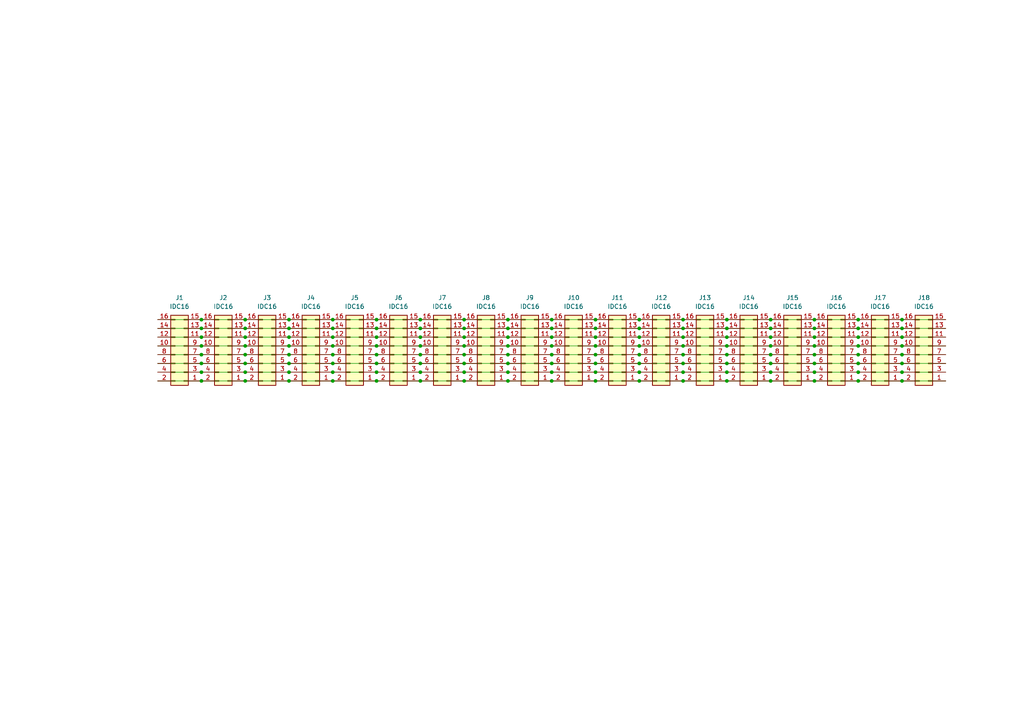
<source format=kicad_sch>
(kicad_sch (version 20231120) (generator "eeschema") (generator_version "8.0")
  (paper "A4")
  (title_block (title "Eurorack Power Bus") (date "2024-07-08") (rev "1.0.0") (company "MESSIËR") (comment 4 "Author: Chris Karcz"))
  (lib_symbols
    (symbol "Connector_Generic:Conn_02x08_Odd_Even" (pin_names (offset 1.016) hide)
      (property "Reference" "J" (at 1.27 10.16 0))
      (property "Value" "Conn_02x08_Odd_Even" (at 1.27 -12.7 0))
      (symbol "Conn_02x08_Odd_Even_1_1"
        (rectangle (start -1.27 -10.033) (end 0 -10.287) (stroke (width 0.1524)))
        (rectangle (start -1.27 -7.493) (end 0 -7.747) (stroke (width 0.1524)))
        (rectangle (start -1.27 -4.953) (end 0 -5.207) (stroke (width 0.1524)))
        (rectangle (start -1.27 -2.413) (end 0 -2.667) (stroke (width 0.1524)))
        (rectangle (start -1.27 0.127) (end 0 -0.127) (stroke (width 0.1524)))
        (rectangle (start -1.27 2.667) (end 0 2.413) (stroke (width 0.1524)))
        (rectangle (start -1.27 5.207) (end 0 4.953) (stroke (width 0.1524)))
        (rectangle (start -1.27 7.747) (end 0 7.493) (stroke (width 0.1524)))
        (rectangle (start -1.27 8.89) (end 3.81 -11.43) (stroke (width 0.254)) (fill (type background)))
        (rectangle (start 3.81 -10.033) (end 2.54 -10.287) (stroke (width 0.1524)))
        (rectangle (start 3.81 -7.493) (end 2.54 -7.747) (stroke (width 0.1524)))
        (rectangle (start 3.81 -4.953) (end 2.54 -5.207) (stroke (width 0.1524)))
        (rectangle (start 3.81 -2.413) (end 2.54 -2.667) (stroke (width 0.1524)))
        (rectangle (start 3.81 0.127) (end 2.54 -0.127) (stroke (width 0.1524)))
        (rectangle (start 3.81 2.667) (end 2.54 2.413) (stroke (width 0.1524)))
        (rectangle (start 3.81 5.207) (end 2.54 4.953) (stroke (width 0.1524)))
        (rectangle (start 3.81 7.747) (end 2.54 7.493) (stroke (width 0.1524)))
        (pin passive line (at -5.08 7.62 0) (length 3.81) (name "Pin_1") (number "1"))
        (pin passive line (at 7.62 -2.54 180) (length 3.81) (name "Pin_10") (number "10"))
        (pin passive line (at -5.08 -5.08 0) (length 3.81) (name "Pin_11") (number "11"))
        (pin passive line (at 7.62 -5.08 180) (length 3.81) (name "Pin_12") (number "12"))
        (pin passive line (at -5.08 -7.62 0) (length 3.81) (name "Pin_13") (number "13"))
        (pin passive line (at 7.62 -7.62 180) (length 3.81) (name "Pin_14") (number "14"))
        (pin passive line (at -5.08 -10.16 0) (length 3.81) (name "Pin_15") (number "15"))
        (pin passive line (at 7.62 -10.16 180) (length 3.81) (name "Pin_16") (number "16"))
        (pin passive line (at 7.62 7.62 180) (length 3.81) (name "Pin_2") (number "2"))
        (pin passive line (at -5.08 5.08 0) (length 3.81) (name "Pin_3") (number "3"))
        (pin passive line (at 7.62 5.08 180) (length 3.81) (name "Pin_4") (number "4"))
        (pin passive line (at -5.08 2.54 0) (length 3.81) (name "Pin_5") (number "5"))
        (pin passive line (at 7.62 2.54 180) (length 3.81) (name "Pin_6") (number "6"))
        (pin passive line (at -5.08 0 0) (length 3.81) (name "Pin_7") (number "7"))
        (pin passive line (at 7.62 0 180) (length 3.81) (name "Pin_8") (number "8"))
        (pin passive line (at -5.08 -2.54 0) (length 3.81) (name "Pin_9") (number "9"))
      )
    )
  )
  (junction (at 121.92 102.87))
  (junction (at 198.12 92.71))
  (junction (at 134.62 110.49))
  (junction (at 236.22 107.95))
  (junction (at 71.12 107.95))
  (junction (at 58.42 97.79))
  (junction (at 58.42 110.49))
  (junction (at 147.32 107.95))
  (junction (at 223.52 102.87))
  (junction (at 109.22 92.71))
  (junction (at 134.62 107.95))
  (junction (at 223.52 105.41))
  (junction (at 160.02 110.49))
  (junction (at 134.62 97.79))
  (junction (at 223.52 92.71))
  (junction (at 147.32 92.71))
  (junction (at 160.02 95.25))
  (junction (at 121.92 100.33))
  (junction (at 198.12 107.95))
  (junction (at 236.22 110.49))
  (junction (at 147.32 97.79))
  (junction (at 261.62 100.33))
  (junction (at 261.62 107.95))
  (junction (at 172.72 100.33))
  (junction (at 210.82 107.95))
  (junction (at 210.82 105.41))
  (junction (at 96.52 95.25))
  (junction (at 58.42 105.41))
  (junction (at 109.22 110.49))
  (junction (at 134.62 102.87))
  (junction (at 185.42 100.33))
  (junction (at 58.42 102.87))
  (junction (at 83.82 100.33))
  (junction (at 248.92 92.71))
  (junction (at 185.42 110.49))
  (junction (at 160.02 102.87))
  (junction (at 210.82 92.71))
  (junction (at 83.82 95.25))
  (junction (at 83.82 102.87))
  (junction (at 71.12 110.49))
  (junction (at 210.82 100.33))
  (junction (at 198.12 97.79))
  (junction (at 83.82 92.71))
  (junction (at 121.92 97.79))
  (junction (at 109.22 105.41))
  (junction (at 147.32 95.25))
  (junction (at 248.92 107.95))
  (junction (at 185.42 102.87))
  (junction (at 261.62 110.49))
  (junction (at 147.32 100.33))
  (junction (at 160.02 107.95))
  (junction (at 83.82 107.95))
  (junction (at 71.12 100.33))
  (junction (at 58.42 107.95))
  (junction (at 185.42 105.41))
  (junction (at 109.22 107.95))
  (junction (at 58.42 100.33))
  (junction (at 172.72 97.79))
  (junction (at 185.42 92.71))
  (junction (at 236.22 92.71))
  (junction (at 172.72 107.95))
  (junction (at 96.52 100.33))
  (junction (at 121.92 95.25))
  (junction (at 223.52 110.49))
  (junction (at 71.12 105.41))
  (junction (at 96.52 107.95))
  (junction (at 96.52 102.87))
  (junction (at 261.62 92.71))
  (junction (at 236.22 100.33))
  (junction (at 83.82 110.49))
  (junction (at 210.82 102.87))
  (junction (at 236.22 105.41))
  (junction (at 96.52 97.79))
  (junction (at 248.92 95.25))
  (junction (at 109.22 100.33))
  (junction (at 223.52 95.25))
  (junction (at 71.12 97.79))
  (junction (at 248.92 102.87))
  (junction (at 147.32 105.41))
  (junction (at 236.22 97.79))
  (junction (at 248.92 100.33))
  (junction (at 160.02 92.71))
  (junction (at 121.92 92.71))
  (junction (at 121.92 105.41))
  (junction (at 71.12 92.71))
  (junction (at 83.82 97.79))
  (junction (at 236.22 95.25))
  (junction (at 109.22 97.79))
  (junction (at 83.82 105.41))
  (junction (at 210.82 97.79))
  (junction (at 96.52 92.71))
  (junction (at 58.42 95.25))
  (junction (at 198.12 102.87))
  (junction (at 210.82 95.25))
  (junction (at 223.52 97.79))
  (junction (at 248.92 110.49))
  (junction (at 172.72 102.87))
  (junction (at 121.92 107.95))
  (junction (at 261.62 97.79))
  (junction (at 236.22 102.87))
  (junction (at 134.62 105.41))
  (junction (at 109.22 95.25))
  (junction (at 185.42 95.25))
  (junction (at 134.62 100.33))
  (junction (at 147.32 110.49))
  (junction (at 160.02 97.79))
  (junction (at 261.62 102.87))
  (junction (at 160.02 100.33))
  (junction (at 96.52 110.49))
  (junction (at 185.42 107.95))
  (junction (at 248.92 105.41))
  (junction (at 185.42 97.79))
  (junction (at 248.92 97.79))
  (junction (at 261.62 95.25))
  (junction (at 71.12 102.87))
  (junction (at 58.42 92.71))
  (junction (at 198.12 100.33))
  (junction (at 109.22 102.87))
  (junction (at 261.62 105.41))
  (junction (at 223.52 107.95))
  (junction (at 96.52 105.41))
  (junction (at 198.12 95.25))
  (junction (at 223.52 100.33))
  (junction (at 160.02 105.41))
  (junction (at 172.72 105.41))
  (junction (at 198.12 110.49))
  (junction (at 210.82 110.49))
  (junction (at 71.12 95.25))
  (junction (at 134.62 92.71))
  (junction (at 147.32 102.87))
  (junction (at 121.92 110.49))
  (junction (at 172.72 92.71))
  (junction (at 134.62 95.25))
  (junction (at 198.12 105.41))
  (junction (at 172.72 95.25))
  (junction (at 172.72 110.49))
  (wire (pts (xy 134.62 105.41) (xy 147.32 105.41)))
  (wire (pts (xy 71.12 100.33) (xy 83.82 100.33)))
  (wire (pts (xy 71.12 110.49) (xy 83.82 110.49)))
  (wire (pts (xy 109.22 105.41) (xy 121.92 105.41)))
  (wire (pts (xy 160.02 105.41) (xy 172.72 105.41)))
  (wire (pts (xy 160.02 92.71) (xy 172.72 92.71)))
  (wire (pts (xy 71.12 102.87) (xy 83.82 102.87)))
  (wire (pts (xy 83.82 95.25) (xy 96.52 95.25)))
  (wire (pts (xy 96.52 97.79) (xy 109.22 97.79)))
  (wire (pts (xy 160.02 107.95) (xy 172.72 107.95)))
  (wire (pts (xy 45.72 100.33) (xy 58.42 100.33)))
  (wire (pts (xy 210.82 107.95) (xy 223.52 107.95)))
  (wire (pts (xy 83.82 102.87) (xy 96.52 102.87)))
  (wire (pts (xy 109.22 95.25) (xy 121.92 95.25)))
  (wire (pts (xy 147.32 107.95) (xy 160.02 107.95)))
  (wire (pts (xy 261.62 105.41) (xy 274.32 105.41)))
  (wire (pts (xy 58.42 107.95) (xy 71.12 107.95)))
  (wire (pts (xy 121.92 105.41) (xy 134.62 105.41)))
  (wire (pts (xy 134.62 95.25) (xy 147.32 95.25)))
  (wire (pts (xy 261.62 110.49) (xy 274.32 110.49)))
  (wire (pts (xy 210.82 102.87) (xy 223.52 102.87)))
  (wire (pts (xy 236.22 110.49) (xy 248.92 110.49)))
  (wire (pts (xy 223.52 100.33) (xy 236.22 100.33)))
  (wire (pts (xy 185.42 92.71) (xy 198.12 92.71)))
  (wire (pts (xy 134.62 107.95) (xy 147.32 107.95)))
  (wire (pts (xy 121.92 107.95) (xy 134.62 107.95)))
  (wire (pts (xy 71.12 97.79) (xy 83.82 97.79)))
  (wire (pts (xy 185.42 102.87) (xy 198.12 102.87)))
  (wire (pts (xy 147.32 110.49) (xy 160.02 110.49)))
  (wire (pts (xy 45.72 102.87) (xy 58.42 102.87)))
  (wire (pts (xy 248.92 110.49) (xy 261.62 110.49)))
  (wire (pts (xy 71.12 92.71) (xy 83.82 92.71)))
  (wire (pts (xy 172.72 100.33) (xy 185.42 100.33)))
  (wire (pts (xy 248.92 107.95) (xy 261.62 107.95)))
  (wire (pts (xy 223.52 95.25) (xy 236.22 95.25)))
  (wire (pts (xy 248.92 105.41) (xy 261.62 105.41)))
  (wire (pts (xy 261.62 100.33) (xy 274.32 100.33)))
  (wire (pts (xy 185.42 97.79) (xy 198.12 97.79)))
  (wire (pts (xy 83.82 100.33) (xy 96.52 100.33)))
  (wire (pts (xy 172.72 107.95) (xy 185.42 107.95)))
  (wire (pts (xy 160.02 110.49) (xy 172.72 110.49)))
  (wire (pts (xy 83.82 97.79) (xy 96.52 97.79)))
  (wire (pts (xy 210.82 95.25) (xy 223.52 95.25)))
  (wire (pts (xy 121.92 100.33) (xy 134.62 100.33)))
  (wire (pts (xy 109.22 110.49) (xy 121.92 110.49)))
  (wire (pts (xy 121.92 95.25) (xy 134.62 95.25)))
  (wire (pts (xy 261.62 92.71) (xy 274.32 92.71)))
  (wire (pts (xy 261.62 107.95) (xy 274.32 107.95)))
  (wire (pts (xy 109.22 107.95) (xy 121.92 107.95)))
  (wire (pts (xy 236.22 102.87) (xy 248.92 102.87)))
  (wire (pts (xy 134.62 100.33) (xy 147.32 100.33)))
  (wire (pts (xy 45.72 92.71) (xy 58.42 92.71)))
  (wire (pts (xy 223.52 102.87) (xy 236.22 102.87)))
  (wire (pts (xy 96.52 92.71) (xy 109.22 92.71)))
  (wire (pts (xy 96.52 100.33) (xy 109.22 100.33)))
  (wire (pts (xy 121.92 110.49) (xy 134.62 110.49)))
  (wire (pts (xy 172.72 97.79) (xy 185.42 97.79)))
  (wire (pts (xy 248.92 102.87) (xy 261.62 102.87)))
  (wire (pts (xy 147.32 102.87) (xy 160.02 102.87)))
  (wire (pts (xy 223.52 107.95) (xy 236.22 107.95)))
  (wire (pts (xy 198.12 100.33) (xy 210.82 100.33)))
  (wire (pts (xy 185.42 110.49) (xy 198.12 110.49)))
  (wire (pts (xy 210.82 105.41) (xy 223.52 105.41)))
  (wire (pts (xy 185.42 105.41) (xy 198.12 105.41)))
  (wire (pts (xy 198.12 97.79) (xy 210.82 97.79)))
  (wire (pts (xy 172.72 110.49) (xy 185.42 110.49)))
  (wire (pts (xy 83.82 92.71) (xy 96.52 92.71)))
  (wire (pts (xy 261.62 95.25) (xy 274.32 95.25)))
  (wire (pts (xy 109.22 92.71) (xy 121.92 92.71)))
  (wire (pts (xy 45.72 110.49) (xy 58.42 110.49)))
  (wire (pts (xy 96.52 107.95) (xy 109.22 107.95)))
  (wire (pts (xy 96.52 102.87) (xy 109.22 102.87)))
  (wire (pts (xy 223.52 92.71) (xy 236.22 92.71)))
  (wire (pts (xy 134.62 97.79) (xy 147.32 97.79)))
  (wire (pts (xy 121.92 102.87) (xy 134.62 102.87)))
  (wire (pts (xy 109.22 100.33) (xy 121.92 100.33)))
  (wire (pts (xy 58.42 97.79) (xy 71.12 97.79)))
  (wire (pts (xy 96.52 95.25) (xy 109.22 95.25)))
  (wire (pts (xy 134.62 92.71) (xy 147.32 92.71)))
  (wire (pts (xy 248.92 97.79) (xy 261.62 97.79)))
  (wire (pts (xy 198.12 95.25) (xy 210.82 95.25)))
  (wire (pts (xy 160.02 95.25) (xy 172.72 95.25)))
  (wire (pts (xy 185.42 95.25) (xy 198.12 95.25)))
  (wire (pts (xy 83.82 107.95) (xy 96.52 107.95)))
  (wire (pts (xy 210.82 92.71) (xy 223.52 92.71)))
  (wire (pts (xy 58.42 95.25) (xy 71.12 95.25)))
  (wire (pts (xy 96.52 105.41) (xy 109.22 105.41)))
  (wire (pts (xy 172.72 95.25) (xy 185.42 95.25)))
  (wire (pts (xy 147.32 100.33) (xy 160.02 100.33)))
  (wire (pts (xy 58.42 100.33) (xy 71.12 100.33)))
  (wire (pts (xy 198.12 92.71) (xy 210.82 92.71)))
  (wire (pts (xy 160.02 97.79) (xy 172.72 97.79)))
  (wire (pts (xy 83.82 110.49) (xy 96.52 110.49)))
  (wire (pts (xy 71.12 107.95) (xy 83.82 107.95)))
  (wire (pts (xy 121.92 97.79) (xy 134.62 97.79)))
  (wire (pts (xy 147.32 97.79) (xy 160.02 97.79)))
  (wire (pts (xy 236.22 97.79) (xy 248.92 97.79)))
  (wire (pts (xy 236.22 92.71) (xy 248.92 92.71)))
  (wire (pts (xy 58.42 105.41) (xy 71.12 105.41)))
  (wire (pts (xy 223.52 97.79) (xy 236.22 97.79)))
  (wire (pts (xy 172.72 102.87) (xy 185.42 102.87)))
  (wire (pts (xy 223.52 110.49) (xy 236.22 110.49)))
  (wire (pts (xy 236.22 105.41) (xy 248.92 105.41)))
  (wire (pts (xy 223.52 105.41) (xy 236.22 105.41)))
  (wire (pts (xy 198.12 102.87) (xy 210.82 102.87)))
  (wire (pts (xy 198.12 110.49) (xy 210.82 110.49)))
  (wire (pts (xy 185.42 107.95) (xy 198.12 107.95)))
  (wire (pts (xy 109.22 97.79) (xy 121.92 97.79)))
  (wire (pts (xy 160.02 102.87) (xy 172.72 102.87)))
  (wire (pts (xy 58.42 92.71) (xy 71.12 92.71)))
  (wire (pts (xy 71.12 95.25) (xy 83.82 95.25)))
  (wire (pts (xy 261.62 102.87) (xy 274.32 102.87)))
  (wire (pts (xy 236.22 100.33) (xy 248.92 100.33)))
  (wire (pts (xy 172.72 92.71) (xy 185.42 92.71)))
  (wire (pts (xy 248.92 92.71) (xy 261.62 92.71)))
  (wire (pts (xy 210.82 100.33) (xy 223.52 100.33)))
  (wire (pts (xy 236.22 95.25) (xy 248.92 95.25)))
  (wire (pts (xy 45.72 95.25) (xy 58.42 95.25)))
  (wire (pts (xy 261.62 97.79) (xy 274.32 97.79)))
  (wire (pts (xy 172.72 105.41) (xy 185.42 105.41)))
  (wire (pts (xy 248.92 100.33) (xy 261.62 100.33)))
  (wire (pts (xy 147.32 92.71) (xy 160.02 92.71)))
  (wire (pts (xy 96.52 110.49) (xy 109.22 110.49)))
  (wire (pts (xy 198.12 105.41) (xy 210.82 105.41)))
  (wire (pts (xy 45.72 107.95) (xy 58.42 107.95)))
  (wire (pts (xy 109.22 102.87) (xy 121.92 102.87)))
  (wire (pts (xy 71.12 105.41) (xy 83.82 105.41)))
  (wire (pts (xy 147.32 95.25) (xy 160.02 95.25)))
  (wire (pts (xy 45.72 97.79) (xy 58.42 97.79)))
  (wire (pts (xy 134.62 102.87) (xy 147.32 102.87)))
  (wire (pts (xy 185.42 100.33) (xy 198.12 100.33)))
  (wire (pts (xy 121.92 92.71) (xy 134.62 92.71)))
  (wire (pts (xy 58.42 110.49) (xy 71.12 110.49)))
  (wire (pts (xy 236.22 107.95) (xy 248.92 107.95)))
  (wire (pts (xy 198.12 107.95) (xy 210.82 107.95)))
  (wire (pts (xy 248.92 95.25) (xy 261.62 95.25)))
  (wire (pts (xy 58.42 102.87) (xy 71.12 102.87)))
  (wire (pts (xy 160.02 100.33) (xy 172.72 100.33)))
  (wire (pts (xy 210.82 97.79) (xy 223.52 97.79)))
  (wire (pts (xy 147.32 105.41) (xy 160.02 105.41)))
  (wire (pts (xy 134.62 110.49) (xy 147.32 110.49)))
  (wire (pts (xy 210.82 110.49) (xy 223.52 110.49)))
  (wire (pts (xy 45.72 105.41) (xy 58.42 105.41)))
  (wire (pts (xy 83.82 105.41) (xy 96.52 105.41)))
  (symbol (lib_id "Connector_Generic:Conn_02x08_Odd_Even") (at 154.94 102.87 180) (unit 1)
    (property "Reference" "J9" (at 153.67 86.36 0))
    (property "Value" "IDC16" (at 153.67 88.9 0))
    (property "Footprint" "Connector_IDC:IDC-Header_2x08_P2.54mm_Vertical" (effects (hide yes)))
    (property "Description" "Generic connector, double row, 02x08, odd/even pin numbering scheme (row 1 odd numbers, row 2 even numbers), script generated (kicad-library-utils/schlib/autogen/connector/)" (effects (hide yes)))
  )
  (symbol (lib_id "Connector_Generic:Conn_02x08_Odd_Even") (at 104.14 102.87 180) (unit 1)
    (property "Reference" "J5" (at 102.87 86.36 0))
    (property "Value" "IDC16" (at 102.87 88.9 0))
    (property "Footprint" "Connector_IDC:IDC-Header_2x08_P2.54mm_Vertical" (effects (hide yes)))
    (property "Description" "Generic connector, double row, 02x08, odd/even pin numbering scheme (row 1 odd numbers, row 2 even numbers), script generated (kicad-library-utils/schlib/autogen/connector/)" (effects (hide yes)))
  )
  (symbol (lib_id "Connector_Generic:Conn_02x08_Odd_Even") (at 180.34 102.87 180) (unit 1)
    (property "Reference" "J11" (at 179.07 86.36 0))
    (property "Value" "IDC16" (at 179.07 88.9 0))
    (property "Footprint" "Connector_IDC:IDC-Header_2x08_P2.54mm_Vertical" (effects (hide yes)))
    (property "Description" "Generic connector, double row, 02x08, odd/even pin numbering scheme (row 1 odd numbers, row 2 even numbers), script generated (kicad-library-utils/schlib/autogen/connector/)" (effects (hide yes)))
  )
  (symbol (lib_id "Connector_Generic:Conn_02x08_Odd_Even") (at 66.04 102.87 180) (unit 1)
    (property "Reference" "J2" (at 64.77 86.36 0))
    (property "Value" "IDC16" (at 64.77 88.9 0))
    (property "Footprint" "Connector_IDC:IDC-Header_2x08_P2.54mm_Vertical" (effects (hide yes)))
    (property "Description" "Generic connector, double row, 02x08, odd/even pin numbering scheme (row 1 odd numbers, row 2 even numbers), script generated (kicad-library-utils/schlib/autogen/connector/)" (effects (hide yes)))
  )
  (symbol (lib_id "Connector_Generic:Conn_02x08_Odd_Even") (at 142.24 102.87 180) (unit 1)
    (property "Reference" "J8" (at 140.97 86.36 0))
    (property "Value" "IDC16" (at 140.97 88.9 0))
    (property "Footprint" "Connector_IDC:IDC-Header_2x08_P2.54mm_Vertical" (effects (hide yes)))
    (property "Description" "Generic connector, double row, 02x08, odd/even pin numbering scheme (row 1 odd numbers, row 2 even numbers), script generated (kicad-library-utils/schlib/autogen/connector/)" (effects (hide yes)))
  )
  (symbol (lib_id "Connector_Generic:Conn_02x08_Odd_Even") (at 193.04 102.87 180) (unit 1)
    (property "Reference" "J12" (at 191.77 86.36 0))
    (property "Value" "IDC16" (at 191.77 88.9 0))
    (property "Footprint" "Connector_IDC:IDC-Header_2x08_P2.54mm_Vertical" (effects (hide yes)))
    (property "Description" "Generic connector, double row, 02x08, odd/even pin numbering scheme (row 1 odd numbers, row 2 even numbers), script generated (kicad-library-utils/schlib/autogen/connector/)" (effects (hide yes)))
  )
  (symbol (lib_id "Connector_Generic:Conn_02x08_Odd_Even") (at 269.24 102.87 180) (unit 1)
    (property "Reference" "J18" (at 267.97 86.36 0))
    (property "Value" "IDC16" (at 267.97 88.9 0))
    (property "Footprint" "Connector_IDC:IDC-Header_2x08_P2.54mm_Vertical" (effects (hide yes)))
    (property "Description" "Generic connector, double row, 02x08, odd/even pin numbering scheme (row 1 odd numbers, row 2 even numbers), script generated (kicad-library-utils/schlib/autogen/connector/)" (effects (hide yes)))
  )
  (symbol (lib_id "Connector_Generic:Conn_02x08_Odd_Even") (at 53.34 102.87 180) (unit 1)
    (property "Reference" "J1" (at 52.07 86.36 0))
    (property "Value" "IDC16" (at 52.07 88.9 0))
    (property "Footprint" "Connector_IDC:IDC-Header_2x08_P2.54mm_Vertical" (effects (hide yes)))
    (property "Description" "Generic connector, double row, 02x08, odd/even pin numbering scheme (row 1 odd numbers, row 2 even numbers), script generated (kicad-library-utils/schlib/autogen/connector/)" (effects (hide yes)))
  )
  (symbol (lib_id "Connector_Generic:Conn_02x08_Odd_Even") (at 218.44 102.87 180) (unit 1)
    (property "Reference" "J14" (at 217.17 86.36 0))
    (property "Value" "IDC16" (at 217.17 88.9 0))
    (property "Footprint" "Connector_IDC:IDC-Header_2x08_P2.54mm_Vertical" (effects (hide yes)))
    (property "Description" "Generic connector, double row, 02x08, odd/even pin numbering scheme (row 1 odd numbers, row 2 even numbers), script generated (kicad-library-utils/schlib/autogen/connector/)" (effects (hide yes)))
  )
  (symbol (lib_id "Connector_Generic:Conn_02x08_Odd_Even") (at 167.64 102.87 180) (unit 1)
    (property "Reference" "J10" (at 166.37 86.36 0))
    (property "Value" "IDC16" (at 166.37 88.9 0))
    (property "Footprint" "Connector_IDC:IDC-Header_2x08_P2.54mm_Vertical" (effects (hide yes)))
    (property "Description" "Generic connector, double row, 02x08, odd/even pin numbering scheme (row 1 odd numbers, row 2 even numbers), script generated (kicad-library-utils/schlib/autogen/connector/)" (effects (hide yes)))
  )
  (symbol (lib_id "Connector_Generic:Conn_02x08_Odd_Even") (at 129.54 102.87 180) (unit 1)
    (property "Reference" "J7" (at 128.27 86.36 0))
    (property "Value" "IDC16" (at 128.27 88.9 0))
    (property "Footprint" "Connector_IDC:IDC-Header_2x08_P2.54mm_Vertical" (effects (hide yes)))
    (property "Description" "Generic connector, double row, 02x08, odd/even pin numbering scheme (row 1 odd numbers, row 2 even numbers), script generated (kicad-library-utils/schlib/autogen/connector/)" (effects (hide yes)))
  )
  (symbol (lib_id "Connector_Generic:Conn_02x08_Odd_Even") (at 78.74 102.87 180) (unit 1)
    (property "Reference" "J3" (at 77.47 86.36 0))
    (property "Value" "IDC16" (at 77.47 88.9 0))
    (property "Footprint" "Connector_IDC:IDC-Header_2x08_P2.54mm_Vertical" (effects (hide yes)))
    (property "Description" "Generic connector, double row, 02x08, odd/even pin numbering scheme (row 1 odd numbers, row 2 even numbers), script generated (kicad-library-utils/schlib/autogen/connector/)" (effects (hide yes)))
  )
  (symbol (lib_id "Connector_Generic:Conn_02x08_Odd_Even") (at 91.44 102.87 180) (unit 1)
    (property "Reference" "J4" (at 90.17 86.36 0))
    (property "Value" "IDC16" (at 90.17 88.9 0))
    (property "Footprint" "Connector_IDC:IDC-Header_2x08_P2.54mm_Vertical" (effects (hide yes)))
    (property "Description" "Generic connector, double row, 02x08, odd/even pin numbering scheme (row 1 odd numbers, row 2 even numbers), script generated (kicad-library-utils/schlib/autogen/connector/)" (effects (hide yes)))
  )
  (symbol (lib_id "Connector_Generic:Conn_02x08_Odd_Even") (at 116.84 102.87 180) (unit 1)
    (property "Reference" "J6" (at 115.57 86.36 0))
    (property "Value" "IDC16" (at 115.57 88.9 0))
    (property "Footprint" "Connector_IDC:IDC-Header_2x08_P2.54mm_Vertical" (effects (hide yes)))
    (property "Description" "Generic connector, double row, 02x08, odd/even pin numbering scheme (row 1 odd numbers, row 2 even numbers), script generated (kicad-library-utils/schlib/autogen/connector/)" (effects (hide yes)))
  )
  (symbol (lib_id "Connector_Generic:Conn_02x08_Odd_Even") (at 256.54 102.87 180) (unit 1)
    (property "Reference" "J17" (at 255.27 86.36 0))
    (property "Value" "IDC16" (at 255.27 88.9 0))
    (property "Footprint" "Connector_IDC:IDC-Header_2x08_P2.54mm_Vertical" (effects (hide yes)))
    (property "Description" "Generic connector, double row, 02x08, odd/even pin numbering scheme (row 1 odd numbers, row 2 even numbers), script generated (kicad-library-utils/schlib/autogen/connector/)" (effects (hide yes)))
  )
  (symbol (lib_id "Connector_Generic:Conn_02x08_Odd_Even") (at 205.74 102.87 180) (unit 1)
    (property "Reference" "J13" (at 204.47 86.36 0))
    (property "Value" "IDC16" (at 204.47 88.9 0))
    (property "Footprint" "Connector_IDC:IDC-Header_2x08_P2.54mm_Vertical" (effects (hide yes)))
    (property "Description" "Generic connector, double row, 02x08, odd/even pin numbering scheme (row 1 odd numbers, row 2 even numbers), script generated (kicad-library-utils/schlib/autogen/connector/)" (effects (hide yes)))
  )
  (symbol (lib_id "Connector_Generic:Conn_02x08_Odd_Even") (at 243.84 102.87 180) (unit 1)
    (property "Reference" "J16" (at 242.57 86.36 0))
    (property "Value" "IDC16" (at 242.57 88.9 0))
    (property "Footprint" "Connector_IDC:IDC-Header_2x08_P2.54mm_Vertical" (effects (hide yes)))
    (property "Description" "Generic connector, double row, 02x08, odd/even pin numbering scheme (row 1 odd numbers, row 2 even numbers), script generated (kicad-library-utils/schlib/autogen/connector/)" (effects (hide yes)))
  )
  (symbol (lib_id "Connector_Generic:Conn_02x08_Odd_Even") (at 231.14 102.87 180) (unit 1)
    (property "Reference" "J15" (at 229.87 86.36 0))
    (property "Value" "IDC16" (at 229.87 88.9 0))
    (property "Footprint" "Connector_IDC:IDC-Header_2x08_P2.54mm_Vertical" (effects (hide yes)))
    (property "Description" "Generic connector, double row, 02x08, odd/even pin numbering scheme (row 1 odd numbers, row 2 even numbers), script generated (kicad-library-utils/schlib/autogen/connector/)" (effects (hide yes)))
  )
)
</source>
